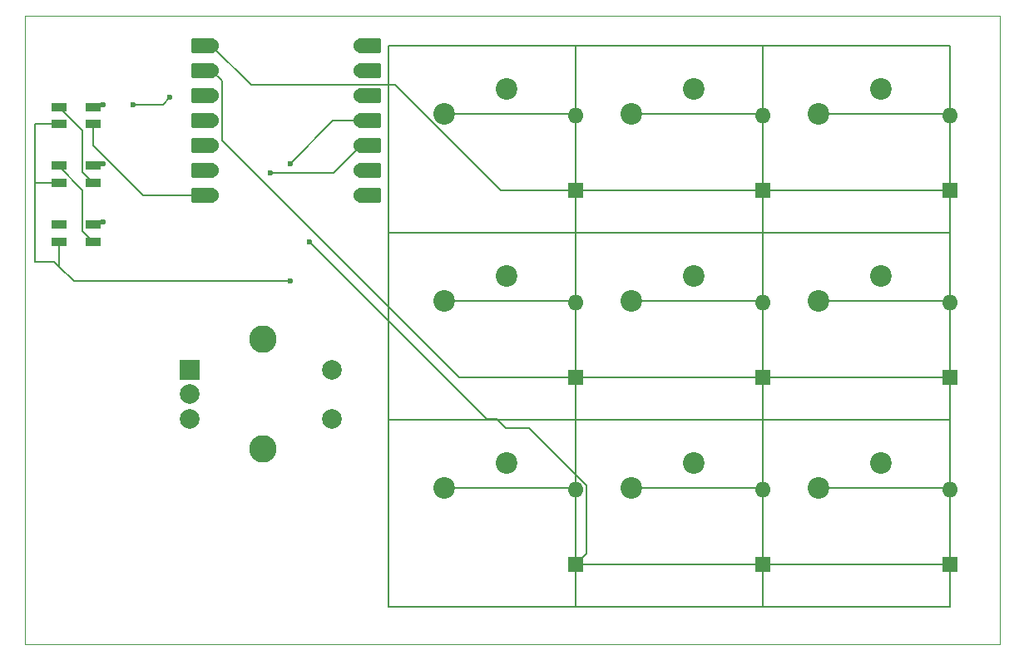
<source format=gbr>
%TF.GenerationSoftware,KiCad,Pcbnew,8.0.8*%
%TF.CreationDate,2025-02-16T23:16:45+05:30*%
%TF.ProjectId,RoyTyper,526f7954-7970-4657-922e-6b696361645f,rev?*%
%TF.SameCoordinates,Original*%
%TF.FileFunction,Copper,L1,Top*%
%TF.FilePolarity,Positive*%
%FSLAX46Y46*%
G04 Gerber Fmt 4.6, Leading zero omitted, Abs format (unit mm)*
G04 Created by KiCad (PCBNEW 8.0.8) date 2025-02-16 23:16:45*
%MOMM*%
%LPD*%
G01*
G04 APERTURE LIST*
G04 Aperture macros list*
%AMRoundRect*
0 Rectangle with rounded corners*
0 $1 Rounding radius*
0 $2 $3 $4 $5 $6 $7 $8 $9 X,Y pos of 4 corners*
0 Add a 4 corners polygon primitive as box body*
4,1,4,$2,$3,$4,$5,$6,$7,$8,$9,$2,$3,0*
0 Add four circle primitives for the rounded corners*
1,1,$1+$1,$2,$3*
1,1,$1+$1,$4,$5*
1,1,$1+$1,$6,$7*
1,1,$1+$1,$8,$9*
0 Add four rect primitives between the rounded corners*
20,1,$1+$1,$2,$3,$4,$5,0*
20,1,$1+$1,$4,$5,$6,$7,0*
20,1,$1+$1,$6,$7,$8,$9,0*
20,1,$1+$1,$8,$9,$2,$3,0*%
G04 Aperture macros list end*
%TA.AperFunction,SMDPad,CuDef*%
%ADD10R,1.600000X0.850000*%
%TD*%
%TA.AperFunction,ComponentPad*%
%ADD11C,2.200000*%
%TD*%
%TA.AperFunction,ComponentPad*%
%ADD12R,2.000000X2.000000*%
%TD*%
%TA.AperFunction,ComponentPad*%
%ADD13C,2.000000*%
%TD*%
%TA.AperFunction,ComponentPad*%
%ADD14C,2.800000*%
%TD*%
%TA.AperFunction,SMDPad,CuDef*%
%ADD15RoundRect,0.152400X1.063600X0.609600X-1.063600X0.609600X-1.063600X-0.609600X1.063600X-0.609600X0*%
%TD*%
%TA.AperFunction,ComponentPad*%
%ADD16C,1.524000*%
%TD*%
%TA.AperFunction,SMDPad,CuDef*%
%ADD17RoundRect,0.152400X-1.063600X-0.609600X1.063600X-0.609600X1.063600X0.609600X-1.063600X0.609600X0*%
%TD*%
%TA.AperFunction,ComponentPad*%
%ADD18R,1.600000X1.600000*%
%TD*%
%TA.AperFunction,ComponentPad*%
%ADD19O,1.600000X1.600000*%
%TD*%
%TA.AperFunction,ViaPad*%
%ADD20C,0.600000*%
%TD*%
%TA.AperFunction,Conductor*%
%ADD21C,0.200000*%
%TD*%
%ADD22C,0.150000*%
%TA.AperFunction,Profile*%
%ADD23C,0.050000*%
%TD*%
G04 APERTURE END LIST*
D10*
%TO.P,D12,1,DOUT*%
%TO.N,unconnected-(D12-DOUT-Pad1)*%
X56725000Y-78575000D03*
%TO.P,D12,2,VSS*%
%TO.N,GND*%
X56725000Y-80325000D03*
%TO.P,D12,3,DIN*%
%TO.N,Net-(D11-DOUT)*%
X60225000Y-80325000D03*
%TO.P,D12,4,VDD*%
%TO.N,+5V*%
X60225000Y-78575000D03*
%TD*%
D11*
%TO.P,SW3,1,1*%
%TO.N,Col3*%
X140390000Y-64770000D03*
%TO.P,SW3,2,2*%
%TO.N,Net-(D3-A)*%
X134040000Y-67310000D03*
%TD*%
%TO.P,SW6,1,1*%
%TO.N,Col3*%
X140390000Y-83820000D03*
%TO.P,SW6,2,2*%
%TO.N,Net-(D6-A)*%
X134040000Y-86360000D03*
%TD*%
%TO.P,SW1,1,1*%
%TO.N,Col1*%
X102290000Y-64770000D03*
%TO.P,SW1,2,2*%
%TO.N,Net-(D1-A)*%
X95940000Y-67310000D03*
%TD*%
%TO.P,SW4,1,1*%
%TO.N,Col1*%
X102290000Y-83820000D03*
%TO.P,SW4,2,2*%
%TO.N,Net-(D4-A)*%
X95940000Y-86360000D03*
%TD*%
%TO.P,SW5,1,1*%
%TO.N,Col2*%
X121340000Y-83820000D03*
%TO.P,SW5,2,2*%
%TO.N,Net-(D5-A)*%
X114990000Y-86360000D03*
%TD*%
%TO.P,SW2,1,1*%
%TO.N,Col2*%
X121340000Y-64770000D03*
%TO.P,SW2,2,2*%
%TO.N,Net-(D2-A)*%
X114990000Y-67310000D03*
%TD*%
D12*
%TO.P,SW11,A,A*%
%TO.N,Net-(U1-GPIO3{slash}MOSI)*%
X69975000Y-93325000D03*
D13*
%TO.P,SW11,B,B*%
%TO.N,Net-(U1-GPIO4{slash}MISO)*%
X69975000Y-98325000D03*
%TO.P,SW11,C,C*%
%TO.N,GND*%
X69975000Y-95825000D03*
D14*
%TO.P,SW11,MP*%
%TO.N,N/C*%
X77475000Y-90225000D03*
X77475000Y-101425000D03*
D13*
%TO.P,SW11,S1,S1*%
%TO.N,Net-(U1-GPIO1{slash}RX)*%
X84475000Y-93325000D03*
%TO.P,SW11,S2,S2*%
%TO.N,GND*%
X84475000Y-98325000D03*
%TD*%
D11*
%TO.P,SW9,1,1*%
%TO.N,Col3*%
X140390000Y-102870000D03*
%TO.P,SW9,2,2*%
%TO.N,Net-(D9-A)*%
X134040000Y-105410000D03*
%TD*%
%TO.P,SW7,1,1*%
%TO.N,Col1*%
X102290000Y-102870000D03*
%TO.P,SW7,2,2*%
%TO.N,Net-(D7-A)*%
X95940000Y-105410000D03*
%TD*%
D10*
%TO.P,D11,1,DOUT*%
%TO.N,Net-(D11-DOUT)*%
X56725000Y-72575000D03*
%TO.P,D11,2,VSS*%
%TO.N,GND*%
X56725000Y-74325000D03*
%TO.P,D11,3,DIN*%
%TO.N,Net-(D10-DOUT)*%
X60225000Y-74325000D03*
%TO.P,D11,4,VDD*%
%TO.N,+5V*%
X60225000Y-72575000D03*
%TD*%
D11*
%TO.P,SW8,1,1*%
%TO.N,Col2*%
X121340000Y-102870000D03*
%TO.P,SW8,2,2*%
%TO.N,Net-(D8-A)*%
X114990000Y-105410000D03*
%TD*%
D10*
%TO.P,D10,1,DOUT*%
%TO.N,Net-(D10-DOUT)*%
X56725000Y-66575000D03*
%TO.P,D10,2,VSS*%
%TO.N,GND*%
X56725000Y-68325000D03*
%TO.P,D10,3,DIN*%
%TO.N,Net-(D10-DIN)*%
X60225000Y-68325000D03*
%TO.P,D10,4,VDD*%
%TO.N,+5V*%
X60225000Y-66575000D03*
%TD*%
D15*
%TO.P,U1,1,GPIO26/ADC0/A0*%
%TO.N,Row1*%
X71390000Y-60325000D03*
D16*
X72225000Y-60325000D03*
D15*
%TO.P,U1,2,GPIO27/ADC1/A1*%
%TO.N,Row2*%
X71390000Y-62865000D03*
D16*
X72225000Y-62865000D03*
D15*
%TO.P,U1,3,GPIO28/ADC2/A2*%
%TO.N,Row3*%
X71390000Y-65405000D03*
D16*
X72225000Y-65405000D03*
D15*
%TO.P,U1,4,GPIO29/ADC3/A3*%
%TO.N,Col1*%
X71390000Y-67945000D03*
D16*
X72225000Y-67945000D03*
D15*
%TO.P,U1,5,GPIO6/SDA*%
%TO.N,Col2*%
X71390000Y-70485000D03*
D16*
X72225000Y-70485000D03*
D15*
%TO.P,U1,6,GPIO7/SCL*%
%TO.N,Col3*%
X71390000Y-73025000D03*
D16*
X72225000Y-73025000D03*
D15*
%TO.P,U1,7,GPIO0/TX*%
%TO.N,Net-(D10-DIN)*%
X71390000Y-75565000D03*
D16*
X72225000Y-75565000D03*
%TO.P,U1,8,GPIO1/RX*%
%TO.N,Net-(U1-GPIO1{slash}RX)*%
X87465000Y-75565000D03*
D17*
X88300000Y-75565000D03*
D16*
%TO.P,U1,9,GPIO2/SCK*%
%TO.N,unconnected-(U1-GPIO2{slash}SCK-Pad9)*%
X87465000Y-73025000D03*
D17*
X88300000Y-73025000D03*
D16*
%TO.P,U1,10,GPIO4/MISO*%
%TO.N,Net-(U1-GPIO4{slash}MISO)*%
X87465000Y-70485000D03*
D17*
X88300000Y-70485000D03*
D16*
%TO.P,U1,11,GPIO3/MOSI*%
%TO.N,Net-(U1-GPIO3{slash}MOSI)*%
X87465000Y-67945000D03*
D17*
X88300000Y-67945000D03*
D16*
%TO.P,U1,12,3V3*%
%TO.N,unconnected-(U1-3V3-Pad12)*%
X87465000Y-65405000D03*
D17*
X88300000Y-65405000D03*
D16*
%TO.P,U1,13,GND*%
%TO.N,GND*%
X87465000Y-62865000D03*
D17*
X88300000Y-62865000D03*
D16*
%TO.P,U1,14,VBUS*%
%TO.N,+5V*%
X87465000Y-60325000D03*
D17*
X88300000Y-60325000D03*
%TD*%
D18*
%TO.P,D8,1,K*%
%TO.N,Row3*%
X128325000Y-113188750D03*
D19*
%TO.P,D8,2,A*%
%TO.N,Net-(D8-A)*%
X128325000Y-105568750D03*
%TD*%
D18*
%TO.P,D7,1,K*%
%TO.N,Row3*%
X109275000Y-113188750D03*
D19*
%TO.P,D7,2,A*%
%TO.N,Net-(D7-A)*%
X109275000Y-105568750D03*
%TD*%
D18*
%TO.P,D3,1,K*%
%TO.N,Row1*%
X147375000Y-75088750D03*
D19*
%TO.P,D3,2,A*%
%TO.N,Net-(D3-A)*%
X147375000Y-67468750D03*
%TD*%
D18*
%TO.P,D9,1,K*%
%TO.N,Row3*%
X147375000Y-113188750D03*
D19*
%TO.P,D9,2,A*%
%TO.N,Net-(D9-A)*%
X147375000Y-105568750D03*
%TD*%
D18*
%TO.P,D6,1,K*%
%TO.N,Row2*%
X147375000Y-94138750D03*
D19*
%TO.P,D6,2,A*%
%TO.N,Net-(D6-A)*%
X147375000Y-86518750D03*
%TD*%
D18*
%TO.P,D2,1,K*%
%TO.N,Row1*%
X128325000Y-75088750D03*
D19*
%TO.P,D2,2,A*%
%TO.N,Net-(D2-A)*%
X128325000Y-67468750D03*
%TD*%
D18*
%TO.P,D5,1,K*%
%TO.N,Row2*%
X128325000Y-94138750D03*
D19*
%TO.P,D5,2,A*%
%TO.N,Net-(D5-A)*%
X128325000Y-86518750D03*
%TD*%
D18*
%TO.P,D1,1,K*%
%TO.N,Row1*%
X109275000Y-75088750D03*
D19*
%TO.P,D1,2,A*%
%TO.N,Net-(D1-A)*%
X109275000Y-67468750D03*
%TD*%
D18*
%TO.P,D4,1,K*%
%TO.N,Row2*%
X109275000Y-94138750D03*
D19*
%TO.P,D4,2,A*%
%TO.N,Net-(D4-A)*%
X109275000Y-86518750D03*
%TD*%
D20*
%TO.N,Row3*%
X82225000Y-80325000D03*
%TO.N,Net-(U1-GPIO3{slash}MOSI)*%
X80225000Y-72325000D03*
%TO.N,GND*%
X80225000Y-84325000D03*
%TO.N,Net-(U1-GPIO4{slash}MISO)*%
X78225000Y-73325000D03*
%TO.N,+5V*%
X61198235Y-72351765D03*
X61225000Y-66325000D03*
X67996865Y-65628040D03*
X61225000Y-78325000D03*
X64225000Y-66325000D03*
%TD*%
D21*
%TO.N,Row1*%
X76243000Y-64343000D02*
X72225000Y-60325000D01*
X109275000Y-75088750D02*
X101665348Y-75088750D01*
X101665348Y-75088750D02*
X90919598Y-64343000D01*
X90919598Y-64343000D02*
X76243000Y-64343000D01*
X109275000Y-75088750D02*
X147375000Y-75088750D01*
%TO.N,Net-(D1-A)*%
X109116250Y-67310000D02*
X109275000Y-67468750D01*
X95940000Y-67310000D02*
X109116250Y-67310000D01*
%TO.N,Net-(D2-A)*%
X128166250Y-67310000D02*
X128325000Y-67468750D01*
X114990000Y-67310000D02*
X128166250Y-67310000D01*
%TO.N,Net-(D3-A)*%
X147216250Y-67310000D02*
X147375000Y-67468750D01*
X134040000Y-67310000D02*
X147216250Y-67310000D01*
%TO.N,Row2*%
X109275000Y-94138750D02*
X147375000Y-94138750D01*
X73287000Y-63927000D02*
X73287000Y-70014500D01*
X73287000Y-70014500D02*
X97411250Y-94138750D01*
X97411250Y-94138750D02*
X109275000Y-94138750D01*
X72225000Y-62865000D02*
X73287000Y-63927000D01*
%TO.N,Net-(D4-A)*%
X95940000Y-86360000D02*
X109116250Y-86360000D01*
X109116250Y-86360000D02*
X109275000Y-86518750D01*
%TO.N,Net-(D5-A)*%
X128166250Y-86360000D02*
X128325000Y-86518750D01*
X114990000Y-86360000D02*
X128166250Y-86360000D01*
%TO.N,Net-(D6-A)*%
X134040000Y-86360000D02*
X147216250Y-86360000D01*
X147216250Y-86360000D02*
X147375000Y-86518750D01*
%TO.N,Net-(D7-A)*%
X95940000Y-105410000D02*
X109116250Y-105410000D01*
X109116250Y-105410000D02*
X109275000Y-105568750D01*
%TO.N,Row3*%
X109275000Y-113188750D02*
X147375000Y-113188750D01*
X110375000Y-112088750D02*
X109275000Y-113188750D01*
X102225000Y-99325000D02*
X104586885Y-99325000D01*
X101225000Y-98325000D02*
X102225000Y-99325000D01*
X82225000Y-80325000D02*
X100225000Y-98325000D01*
X110375000Y-105113115D02*
X110375000Y-112088750D01*
X100225000Y-98325000D02*
X101225000Y-98325000D01*
X104586885Y-99325000D02*
X110375000Y-105113115D01*
%TO.N,Net-(D8-A)*%
X114990000Y-105410000D02*
X128166250Y-105410000D01*
X128166250Y-105410000D02*
X128325000Y-105568750D01*
%TO.N,Net-(D9-A)*%
X147216250Y-105410000D02*
X147375000Y-105568750D01*
X134040000Y-105410000D02*
X147216250Y-105410000D01*
%TO.N,Net-(D10-DIN)*%
X60225000Y-70325000D02*
X60225000Y-70530000D01*
X65260000Y-75565000D02*
X72225000Y-75565000D01*
X60225000Y-68325000D02*
X60225000Y-70325000D01*
X60225000Y-70530000D02*
X65260000Y-75565000D01*
%TO.N,Net-(D10-DOUT)*%
X59125000Y-73225000D02*
X60225000Y-74325000D01*
X56725000Y-66575000D02*
X59125000Y-68975000D01*
X59125000Y-68975000D02*
X59125000Y-73225000D01*
%TO.N,Net-(U1-GPIO3{slash}MOSI)*%
X84605000Y-67945000D02*
X87465000Y-67945000D01*
X80225000Y-72325000D02*
X84605000Y-67945000D01*
%TO.N,GND*%
X54225000Y-74325000D02*
X54225000Y-68325000D01*
X56725000Y-82825000D02*
X56225000Y-82325000D01*
X56725000Y-80325000D02*
X56725000Y-82825000D01*
X58225000Y-84325000D02*
X80225000Y-84325000D01*
X56225000Y-82325000D02*
X54225000Y-82325000D01*
X54225000Y-82325000D02*
X54225000Y-74325000D01*
X54225000Y-68325000D02*
X56725000Y-68325000D01*
X56725000Y-74325000D02*
X54225000Y-74325000D01*
X56725000Y-82825000D02*
X58225000Y-84325000D01*
%TO.N,Net-(U1-GPIO4{slash}MISO)*%
X78225000Y-73325000D02*
X84625000Y-73325000D01*
X84625000Y-73325000D02*
X87465000Y-70485000D01*
%TO.N,+5V*%
X60475000Y-66325000D02*
X60225000Y-66575000D01*
X60448235Y-72351765D02*
X60225000Y-72575000D01*
X67996865Y-65628040D02*
X67299905Y-66325000D01*
X61225000Y-78325000D02*
X60475000Y-78325000D01*
X61225000Y-66325000D02*
X60475000Y-66325000D01*
X67299905Y-66325000D02*
X64225000Y-66325000D01*
X61198235Y-72351765D02*
X60448235Y-72351765D01*
X60475000Y-78325000D02*
X60225000Y-78575000D01*
%TO.N,Net-(D11-DOUT)*%
X59125000Y-75050000D02*
X59125000Y-79225000D01*
X56725000Y-72575000D02*
X56725000Y-72650000D01*
X56725000Y-72650000D02*
X59125000Y-75050000D01*
X59125000Y-79225000D02*
X60225000Y-80325000D01*
%TD*%
D22*
%TO.C,SW3*%
X128325000Y-60325000D02*
X147375000Y-60325000D01*
X128325000Y-79375000D02*
X128325000Y-60325000D01*
X147375000Y-60325000D02*
X147375000Y-79375000D01*
X147375000Y-79375000D02*
X128325000Y-79375000D01*
%TO.C,SW6*%
X128325000Y-79375000D02*
X147375000Y-79375000D01*
X128325000Y-98425000D02*
X128325000Y-79375000D01*
X147375000Y-79375000D02*
X147375000Y-98425000D01*
X147375000Y-98425000D02*
X128325000Y-98425000D01*
%TO.C,SW1*%
X90225000Y-60325000D02*
X109275000Y-60325000D01*
X90225000Y-79375000D02*
X90225000Y-60325000D01*
X109275000Y-60325000D02*
X109275000Y-79375000D01*
X109275000Y-79375000D02*
X90225000Y-79375000D01*
%TO.C,SW4*%
X90225000Y-79375000D02*
X109275000Y-79375000D01*
X90225000Y-98425000D02*
X90225000Y-79375000D01*
X109275000Y-79375000D02*
X109275000Y-98425000D01*
X109275000Y-98425000D02*
X90225000Y-98425000D01*
%TO.C,SW5*%
X109275000Y-79375000D02*
X128325000Y-79375000D01*
X109275000Y-98425000D02*
X109275000Y-79375000D01*
X128325000Y-79375000D02*
X128325000Y-98425000D01*
X128325000Y-98425000D02*
X109275000Y-98425000D01*
%TO.C,SW2*%
X109275000Y-60325000D02*
X128325000Y-60325000D01*
X109275000Y-79375000D02*
X109275000Y-60325000D01*
X128325000Y-60325000D02*
X128325000Y-79375000D01*
X128325000Y-79375000D02*
X109275000Y-79375000D01*
%TO.C,SW9*%
X128325000Y-98425000D02*
X147375000Y-98425000D01*
X128325000Y-117475000D02*
X128325000Y-98425000D01*
X147375000Y-98425000D02*
X147375000Y-117475000D01*
X147375000Y-117475000D02*
X128325000Y-117475000D01*
%TO.C,SW7*%
X90225000Y-98425000D02*
X109275000Y-98425000D01*
X90225000Y-117475000D02*
X90225000Y-98425000D01*
X109275000Y-98425000D02*
X109275000Y-117475000D01*
X109275000Y-117475000D02*
X90225000Y-117475000D01*
%TO.C,SW8*%
X109275000Y-98425000D02*
X128325000Y-98425000D01*
X109275000Y-117475000D02*
X109275000Y-98425000D01*
X128325000Y-98425000D02*
X128325000Y-117475000D01*
X128325000Y-117475000D02*
X109275000Y-117475000D01*
%TD*%
D23*
X53215000Y-57265000D02*
X152445000Y-57265000D01*
X152445000Y-121285000D01*
X53215000Y-121285000D01*
X53215000Y-57265000D01*
M02*

</source>
